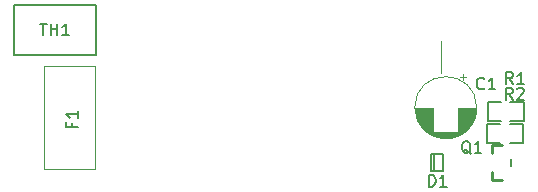
<source format=gbr>
G04 #@! TF.GenerationSoftware,KiCad,Pcbnew,(5.0.2)-1*
G04 #@! TF.CreationDate,2019-05-25T20:07:42+08:00*
G04 #@! TF.ProjectId,1RELAY,3152454c-4159-42e6-9b69-6361645f7063,rev?*
G04 #@! TF.SameCoordinates,Original*
G04 #@! TF.FileFunction,Legend,Top*
G04 #@! TF.FilePolarity,Positive*
%FSLAX46Y46*%
G04 Gerber Fmt 4.6, Leading zero omitted, Abs format (unit mm)*
G04 Created by KiCad (PCBNEW (5.0.2)-1) date 2019-05-25 20:07:42*
%MOMM*%
%LPD*%
G01*
G04 APERTURE LIST*
%ADD10C,0.120000*%
%ADD11C,0.200000*%
%ADD12C,0.150000*%
%ADD13C,0.254000*%
G04 APERTURE END LIST*
D10*
G04 #@! TO.C,C1*
X173767740Y-108644180D02*
G75*
G03X173767740Y-108644180I-2620000J0D01*
G01*
X170107740Y-108644180D02*
X168567740Y-108644180D01*
X173727740Y-108644180D02*
X172187740Y-108644180D01*
X170107740Y-108684180D02*
X168567740Y-108684180D01*
X173727740Y-108684180D02*
X172187740Y-108684180D01*
X173726740Y-108724180D02*
X172187740Y-108724180D01*
X170107740Y-108724180D02*
X168568740Y-108724180D01*
X173725740Y-108764180D02*
X172187740Y-108764180D01*
X170107740Y-108764180D02*
X168569740Y-108764180D01*
X173723740Y-108804180D02*
X172187740Y-108804180D01*
X170107740Y-108804180D02*
X168571740Y-108804180D01*
X173720740Y-108844180D02*
X172187740Y-108844180D01*
X170107740Y-108844180D02*
X168574740Y-108844180D01*
X173716740Y-108884180D02*
X172187740Y-108884180D01*
X170107740Y-108884180D02*
X168578740Y-108884180D01*
X173712740Y-108924180D02*
X172187740Y-108924180D01*
X170107740Y-108924180D02*
X168582740Y-108924180D01*
X173708740Y-108964180D02*
X172187740Y-108964180D01*
X170107740Y-108964180D02*
X168586740Y-108964180D01*
X173703740Y-109004180D02*
X172187740Y-109004180D01*
X170107740Y-109004180D02*
X168591740Y-109004180D01*
X173697740Y-109044180D02*
X172187740Y-109044180D01*
X170107740Y-109044180D02*
X168597740Y-109044180D01*
X173690740Y-109084180D02*
X172187740Y-109084180D01*
X170107740Y-109084180D02*
X168604740Y-109084180D01*
X173683740Y-109124180D02*
X172187740Y-109124180D01*
X170107740Y-109124180D02*
X168611740Y-109124180D01*
X173675740Y-109164180D02*
X172187740Y-109164180D01*
X170107740Y-109164180D02*
X168619740Y-109164180D01*
X173667740Y-109204180D02*
X172187740Y-109204180D01*
X170107740Y-109204180D02*
X168627740Y-109204180D01*
X173658740Y-109244180D02*
X172187740Y-109244180D01*
X170107740Y-109244180D02*
X168636740Y-109244180D01*
X173648740Y-109284180D02*
X172187740Y-109284180D01*
X170107740Y-109284180D02*
X168646740Y-109284180D01*
X173638740Y-109324180D02*
X172187740Y-109324180D01*
X170107740Y-109324180D02*
X168656740Y-109324180D01*
X173627740Y-109365180D02*
X172187740Y-109365180D01*
X170107740Y-109365180D02*
X168667740Y-109365180D01*
X173615740Y-109405180D02*
X172187740Y-109405180D01*
X170107740Y-109405180D02*
X168679740Y-109405180D01*
X173602740Y-109445180D02*
X172187740Y-109445180D01*
X170107740Y-109445180D02*
X168692740Y-109445180D01*
X173589740Y-109485180D02*
X172187740Y-109485180D01*
X170107740Y-109485180D02*
X168705740Y-109485180D01*
X173575740Y-109525180D02*
X172187740Y-109525180D01*
X170107740Y-109525180D02*
X168719740Y-109525180D01*
X173561740Y-109565180D02*
X172187740Y-109565180D01*
X170107740Y-109565180D02*
X168733740Y-109565180D01*
X173545740Y-109605180D02*
X172187740Y-109605180D01*
X170107740Y-109605180D02*
X168749740Y-109605180D01*
X173529740Y-109645180D02*
X172187740Y-109645180D01*
X170107740Y-109645180D02*
X168765740Y-109645180D01*
X173512740Y-109685180D02*
X172187740Y-109685180D01*
X170107740Y-109685180D02*
X168782740Y-109685180D01*
X173495740Y-109725180D02*
X172187740Y-109725180D01*
X170107740Y-109725180D02*
X168799740Y-109725180D01*
X173476740Y-109765180D02*
X172187740Y-109765180D01*
X170107740Y-109765180D02*
X168818740Y-109765180D01*
X173457740Y-109805180D02*
X172187740Y-109805180D01*
X170107740Y-109805180D02*
X168837740Y-109805180D01*
X173437740Y-109845180D02*
X172187740Y-109845180D01*
X170107740Y-109845180D02*
X168857740Y-109845180D01*
X173415740Y-109885180D02*
X172187740Y-109885180D01*
X170107740Y-109885180D02*
X168879740Y-109885180D01*
X173394740Y-109925180D02*
X172187740Y-109925180D01*
X170107740Y-109925180D02*
X168900740Y-109925180D01*
X173371740Y-109965180D02*
X172187740Y-109965180D01*
X170107740Y-109965180D02*
X168923740Y-109965180D01*
X173347740Y-110005180D02*
X172187740Y-110005180D01*
X170107740Y-110005180D02*
X168947740Y-110005180D01*
X173322740Y-110045180D02*
X172187740Y-110045180D01*
X170107740Y-110045180D02*
X168972740Y-110045180D01*
X173296740Y-110085180D02*
X172187740Y-110085180D01*
X170107740Y-110085180D02*
X168998740Y-110085180D01*
X173269740Y-110125180D02*
X172187740Y-110125180D01*
X170107740Y-110125180D02*
X169025740Y-110125180D01*
X173242740Y-110165180D02*
X172187740Y-110165180D01*
X170107740Y-110165180D02*
X169052740Y-110165180D01*
X173212740Y-110205180D02*
X172187740Y-110205180D01*
X170107740Y-110205180D02*
X169082740Y-110205180D01*
X173182740Y-110245180D02*
X172187740Y-110245180D01*
X170107740Y-110245180D02*
X169112740Y-110245180D01*
X173151740Y-110285180D02*
X172187740Y-110285180D01*
X170107740Y-110285180D02*
X169143740Y-110285180D01*
X173118740Y-110325180D02*
X172187740Y-110325180D01*
X170107740Y-110325180D02*
X169176740Y-110325180D01*
X173084740Y-110365180D02*
X172187740Y-110365180D01*
X170107740Y-110365180D02*
X169210740Y-110365180D01*
X173048740Y-110405180D02*
X172187740Y-110405180D01*
X170107740Y-110405180D02*
X169246740Y-110405180D01*
X173011740Y-110445180D02*
X172187740Y-110445180D01*
X170107740Y-110445180D02*
X169283740Y-110445180D01*
X172973740Y-110485180D02*
X172187740Y-110485180D01*
X170107740Y-110485180D02*
X169321740Y-110485180D01*
X172932740Y-110525180D02*
X172187740Y-110525180D01*
X170107740Y-110525180D02*
X169362740Y-110525180D01*
X172890740Y-110565180D02*
X172187740Y-110565180D01*
X170107740Y-110565180D02*
X169404740Y-110565180D01*
X172846740Y-110605180D02*
X172187740Y-110605180D01*
X170107740Y-110605180D02*
X169448740Y-110605180D01*
X172800740Y-110645180D02*
X172187740Y-110645180D01*
X170107740Y-110645180D02*
X169494740Y-110645180D01*
X172752740Y-110685180D02*
X169542740Y-110685180D01*
X172701740Y-110725180D02*
X169593740Y-110725180D01*
X172647740Y-110765180D02*
X169647740Y-110765180D01*
X172590740Y-110805180D02*
X169704740Y-110805180D01*
X172530740Y-110845180D02*
X169764740Y-110845180D01*
X172466740Y-110885180D02*
X169828740Y-110885180D01*
X172398740Y-110925180D02*
X169896740Y-110925180D01*
X172325740Y-110965180D02*
X169969740Y-110965180D01*
X172245740Y-111005180D02*
X170049740Y-111005180D01*
X172158740Y-111045180D02*
X170136740Y-111045180D01*
X172062740Y-111085180D02*
X170232740Y-111085180D01*
X171952740Y-111125180D02*
X170342740Y-111125180D01*
X171824740Y-111165180D02*
X170470740Y-111165180D01*
X171665740Y-111205180D02*
X170629740Y-111205180D01*
X171431740Y-111245180D02*
X170863740Y-111245180D01*
X172622740Y-105839405D02*
X172622740Y-106339405D01*
X172872740Y-106089405D02*
X172372740Y-106089405D01*
D11*
G04 #@! TO.C,R2*
X174623780Y-110055600D02*
X175758780Y-110055600D01*
X177693780Y-111635600D02*
X177693780Y-110055600D01*
X174623780Y-111635600D02*
X174623780Y-110055600D01*
X176558780Y-110055600D02*
X177693780Y-110055600D01*
X174623780Y-111635600D02*
X175758780Y-111635600D01*
X176558780Y-111635600D02*
X177693780Y-111635600D01*
G04 #@! TO.C,R1*
X176630280Y-109756000D02*
X177765280Y-109756000D01*
X174695280Y-109756000D02*
X175830280Y-109756000D01*
X176630280Y-108176000D02*
X177765280Y-108176000D01*
X174695280Y-109756000D02*
X174695280Y-108176000D01*
X177765280Y-109756000D02*
X177765280Y-108176000D01*
X174695280Y-108176000D02*
X175830280Y-108176000D01*
D10*
G04 #@! TO.C,J4*
X170729600Y-103028440D02*
X170729600Y-105688440D01*
G04 #@! TO.C,F1*
X141418520Y-105126860D02*
X141418520Y-113866860D01*
X141418520Y-105126860D02*
X137178520Y-105126860D01*
X137178520Y-113866860D02*
X141418520Y-113866860D01*
X137178520Y-113866860D02*
X137178520Y-105126860D01*
D12*
G04 #@! TO.C,TH1*
X141573760Y-99974140D02*
X134573760Y-99974140D01*
X141573760Y-104174140D02*
X134573760Y-104174140D01*
X134573760Y-104174140D02*
X134573760Y-99974140D01*
X141573760Y-104174140D02*
X141573760Y-99974140D01*
D11*
G04 #@! TO.C,D1*
X170178860Y-113984000D02*
X170178860Y-112584000D01*
X169878860Y-113984000D02*
X169878860Y-112584000D01*
X170878860Y-113984000D02*
X170878860Y-112584000D01*
X169878860Y-113984000D02*
X170878860Y-113984000D01*
X169878860Y-112584000D02*
X170878860Y-112584000D01*
G04 #@! TO.C,Q1*
X176639740Y-113614520D02*
X176639740Y-113014520D01*
D13*
X175089740Y-114774520D02*
X175089740Y-114114520D01*
X175089740Y-114774520D02*
X175904740Y-114774520D01*
X175089740Y-111854520D02*
X175904740Y-111854520D01*
X175089740Y-112514520D02*
X175089740Y-111854520D01*
X175089740Y-112514520D02*
X175089740Y-111854520D01*
X175089740Y-112514520D02*
X175089740Y-111854520D01*
G04 #@! TO.C,C1*
D12*
X174402453Y-107016822D02*
X174354834Y-107064441D01*
X174211977Y-107112060D01*
X174116739Y-107112060D01*
X173973881Y-107064441D01*
X173878643Y-106969203D01*
X173831024Y-106873965D01*
X173783405Y-106683489D01*
X173783405Y-106540632D01*
X173831024Y-106350156D01*
X173878643Y-106254918D01*
X173973881Y-106159680D01*
X174116739Y-106112060D01*
X174211977Y-106112060D01*
X174354834Y-106159680D01*
X174402453Y-106207299D01*
X175354834Y-107112060D02*
X174783405Y-107112060D01*
X175069120Y-107112060D02*
X175069120Y-106112060D01*
X174973881Y-106254918D01*
X174878643Y-106350156D01*
X174783405Y-106397775D01*
G04 #@! TO.C,R2*
X176820533Y-107968040D02*
X176487200Y-107491850D01*
X176249104Y-107968040D02*
X176249104Y-106968040D01*
X176630057Y-106968040D01*
X176725295Y-107015660D01*
X176772914Y-107063279D01*
X176820533Y-107158517D01*
X176820533Y-107301374D01*
X176772914Y-107396612D01*
X176725295Y-107444231D01*
X176630057Y-107491850D01*
X176249104Y-107491850D01*
X177201485Y-107063279D02*
X177249104Y-107015660D01*
X177344342Y-106968040D01*
X177582438Y-106968040D01*
X177677676Y-107015660D01*
X177725295Y-107063279D01*
X177772914Y-107158517D01*
X177772914Y-107253755D01*
X177725295Y-107396612D01*
X177153866Y-107968040D01*
X177772914Y-107968040D01*
G04 #@! TO.C,R1*
X176843393Y-106649780D02*
X176510060Y-106173590D01*
X176271964Y-106649780D02*
X176271964Y-105649780D01*
X176652917Y-105649780D01*
X176748155Y-105697400D01*
X176795774Y-105745019D01*
X176843393Y-105840257D01*
X176843393Y-105983114D01*
X176795774Y-106078352D01*
X176748155Y-106125971D01*
X176652917Y-106173590D01*
X176271964Y-106173590D01*
X177795774Y-106649780D02*
X177224345Y-106649780D01*
X177510060Y-106649780D02*
X177510060Y-105649780D01*
X177414821Y-105792638D01*
X177319583Y-105887876D01*
X177224345Y-105935495D01*
G04 #@! TO.C,F1*
X139514271Y-109987673D02*
X139514271Y-110321006D01*
X140038080Y-110321006D02*
X139038080Y-110321006D01*
X139038080Y-109844816D01*
X140038080Y-108940054D02*
X140038080Y-109511482D01*
X140038080Y-109225768D02*
X139038080Y-109225768D01*
X139180938Y-109321006D01*
X139276176Y-109416244D01*
X139323795Y-109511482D01*
G04 #@! TO.C,TH1*
X136793765Y-101527360D02*
X137365194Y-101527360D01*
X137079480Y-102527360D02*
X137079480Y-101527360D01*
X137698527Y-102527360D02*
X137698527Y-101527360D01*
X137698527Y-102003551D02*
X138269956Y-102003551D01*
X138269956Y-102527360D02*
X138269956Y-101527360D01*
X139269956Y-102527360D02*
X138698527Y-102527360D01*
X138984241Y-102527360D02*
X138984241Y-101527360D01*
X138889003Y-101670218D01*
X138793765Y-101765456D01*
X138698527Y-101813075D01*
G04 #@! TO.C,D1*
X169723844Y-115328960D02*
X169723844Y-114328960D01*
X169961940Y-114328960D01*
X170104797Y-114376580D01*
X170200035Y-114471818D01*
X170247654Y-114567056D01*
X170295273Y-114757532D01*
X170295273Y-114900389D01*
X170247654Y-115090865D01*
X170200035Y-115186103D01*
X170104797Y-115281341D01*
X169961940Y-115328960D01*
X169723844Y-115328960D01*
X171247654Y-115328960D02*
X170676225Y-115328960D01*
X170961940Y-115328960D02*
X170961940Y-114328960D01*
X170866701Y-114471818D01*
X170771463Y-114567056D01*
X170676225Y-114614675D01*
G04 #@! TO.C,Q1*
X173262301Y-112579439D02*
X173167063Y-112531820D01*
X173071825Y-112436581D01*
X172928968Y-112293724D01*
X172833730Y-112246105D01*
X172738492Y-112246105D01*
X172786111Y-112484200D02*
X172690873Y-112436581D01*
X172595635Y-112341343D01*
X172548016Y-112150867D01*
X172548016Y-111817534D01*
X172595635Y-111627058D01*
X172690873Y-111531820D01*
X172786111Y-111484200D01*
X172976587Y-111484200D01*
X173071825Y-111531820D01*
X173167063Y-111627058D01*
X173214682Y-111817534D01*
X173214682Y-112150867D01*
X173167063Y-112341343D01*
X173071825Y-112436581D01*
X172976587Y-112484200D01*
X172786111Y-112484200D01*
X174167063Y-112484200D02*
X173595635Y-112484200D01*
X173881349Y-112484200D02*
X173881349Y-111484200D01*
X173786111Y-111627058D01*
X173690873Y-111722296D01*
X173595635Y-111769915D01*
G04 #@! TD*
M02*

</source>
